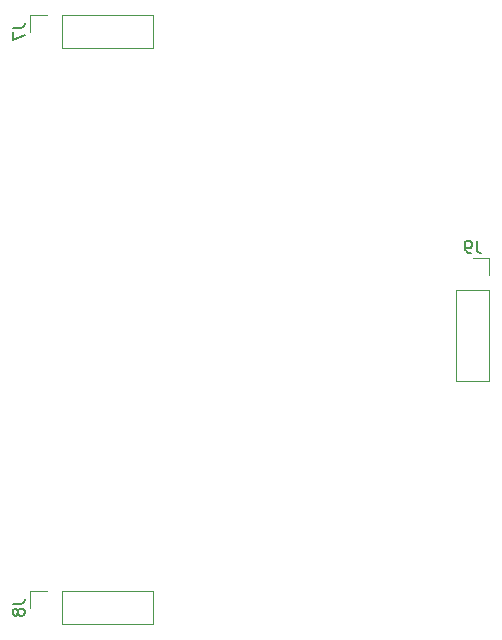
<source format=gbr>
G04 #@! TF.GenerationSoftware,KiCad,Pcbnew,9.0.2*
G04 #@! TF.CreationDate,2025-08-20T20:19:21-04:00*
G04 #@! TF.ProjectId,Trackball,54726163-6b62-4616-9c6c-2e6b69636164,rev?*
G04 #@! TF.SameCoordinates,Original*
G04 #@! TF.FileFunction,Legend,Bot*
G04 #@! TF.FilePolarity,Positive*
%FSLAX46Y46*%
G04 Gerber Fmt 4.6, Leading zero omitted, Abs format (unit mm)*
G04 Created by KiCad (PCBNEW 9.0.2) date 2025-08-20 20:19:21*
%MOMM*%
%LPD*%
G01*
G04 APERTURE LIST*
%ADD10C,0.150000*%
%ADD11C,0.120000*%
G04 APERTURE END LIST*
D10*
X49332819Y-76882666D02*
X50047104Y-76882666D01*
X50047104Y-76882666D02*
X50189961Y-76835047D01*
X50189961Y-76835047D02*
X50285200Y-76739809D01*
X50285200Y-76739809D02*
X50332819Y-76596952D01*
X50332819Y-76596952D02*
X50332819Y-76501714D01*
X49332819Y-77263619D02*
X49332819Y-77930285D01*
X49332819Y-77930285D02*
X50332819Y-77501714D01*
X49332819Y-125650666D02*
X50047104Y-125650666D01*
X50047104Y-125650666D02*
X50189961Y-125603047D01*
X50189961Y-125603047D02*
X50285200Y-125507809D01*
X50285200Y-125507809D02*
X50332819Y-125364952D01*
X50332819Y-125364952D02*
X50332819Y-125269714D01*
X49761390Y-126269714D02*
X49713771Y-126174476D01*
X49713771Y-126174476D02*
X49666152Y-126126857D01*
X49666152Y-126126857D02*
X49570914Y-126079238D01*
X49570914Y-126079238D02*
X49523295Y-126079238D01*
X49523295Y-126079238D02*
X49428057Y-126126857D01*
X49428057Y-126126857D02*
X49380438Y-126174476D01*
X49380438Y-126174476D02*
X49332819Y-126269714D01*
X49332819Y-126269714D02*
X49332819Y-126460190D01*
X49332819Y-126460190D02*
X49380438Y-126555428D01*
X49380438Y-126555428D02*
X49428057Y-126603047D01*
X49428057Y-126603047D02*
X49523295Y-126650666D01*
X49523295Y-126650666D02*
X49570914Y-126650666D01*
X49570914Y-126650666D02*
X49666152Y-126603047D01*
X49666152Y-126603047D02*
X49713771Y-126555428D01*
X49713771Y-126555428D02*
X49761390Y-126460190D01*
X49761390Y-126460190D02*
X49761390Y-126269714D01*
X49761390Y-126269714D02*
X49809009Y-126174476D01*
X49809009Y-126174476D02*
X49856628Y-126126857D01*
X49856628Y-126126857D02*
X49951866Y-126079238D01*
X49951866Y-126079238D02*
X50142342Y-126079238D01*
X50142342Y-126079238D02*
X50237580Y-126126857D01*
X50237580Y-126126857D02*
X50285200Y-126174476D01*
X50285200Y-126174476D02*
X50332819Y-126269714D01*
X50332819Y-126269714D02*
X50332819Y-126460190D01*
X50332819Y-126460190D02*
X50285200Y-126555428D01*
X50285200Y-126555428D02*
X50237580Y-126603047D01*
X50237580Y-126603047D02*
X50142342Y-126650666D01*
X50142342Y-126650666D02*
X49951866Y-126650666D01*
X49951866Y-126650666D02*
X49856628Y-126603047D01*
X49856628Y-126603047D02*
X49809009Y-126555428D01*
X49809009Y-126555428D02*
X49761390Y-126460190D01*
X88609333Y-94914819D02*
X88609333Y-95629104D01*
X88609333Y-95629104D02*
X88656952Y-95771961D01*
X88656952Y-95771961D02*
X88752190Y-95867200D01*
X88752190Y-95867200D02*
X88895047Y-95914819D01*
X88895047Y-95914819D02*
X88990285Y-95914819D01*
X88085523Y-95914819D02*
X87895047Y-95914819D01*
X87895047Y-95914819D02*
X87799809Y-95867200D01*
X87799809Y-95867200D02*
X87752190Y-95819580D01*
X87752190Y-95819580D02*
X87656952Y-95676723D01*
X87656952Y-95676723D02*
X87609333Y-95486247D01*
X87609333Y-95486247D02*
X87609333Y-95105295D01*
X87609333Y-95105295D02*
X87656952Y-95010057D01*
X87656952Y-95010057D02*
X87704571Y-94962438D01*
X87704571Y-94962438D02*
X87799809Y-94914819D01*
X87799809Y-94914819D02*
X87990285Y-94914819D01*
X87990285Y-94914819D02*
X88085523Y-94962438D01*
X88085523Y-94962438D02*
X88133142Y-95010057D01*
X88133142Y-95010057D02*
X88180761Y-95105295D01*
X88180761Y-95105295D02*
X88180761Y-95343390D01*
X88180761Y-95343390D02*
X88133142Y-95438628D01*
X88133142Y-95438628D02*
X88085523Y-95486247D01*
X88085523Y-95486247D02*
X87990285Y-95533866D01*
X87990285Y-95533866D02*
X87799809Y-95533866D01*
X87799809Y-95533866D02*
X87704571Y-95486247D01*
X87704571Y-95486247D02*
X87656952Y-95438628D01*
X87656952Y-95438628D02*
X87609333Y-95343390D01*
D11*
X50828000Y-75836000D02*
X50828000Y-77216000D01*
X52208000Y-75836000D02*
X50828000Y-75836000D01*
X53478000Y-75836000D02*
X53478000Y-78596000D01*
X53478000Y-75836000D02*
X61208000Y-75836000D01*
X53478000Y-78596000D02*
X61208000Y-78596000D01*
X61208000Y-75836000D02*
X61208000Y-78596000D01*
X50828000Y-124604000D02*
X50828000Y-125984000D01*
X52208000Y-124604000D02*
X50828000Y-124604000D01*
X53478000Y-124604000D02*
X53478000Y-127364000D01*
X53478000Y-124604000D02*
X61208000Y-124604000D01*
X53478000Y-127364000D02*
X61208000Y-127364000D01*
X61208000Y-124604000D02*
X61208000Y-127364000D01*
X86896000Y-99060000D02*
X86896000Y-106790000D01*
X89656000Y-96410000D02*
X88276000Y-96410000D01*
X89656000Y-97790000D02*
X89656000Y-96410000D01*
X89656000Y-99060000D02*
X86896000Y-99060000D01*
X89656000Y-99060000D02*
X89656000Y-106790000D01*
X89656000Y-106790000D02*
X86896000Y-106790000D01*
M02*

</source>
